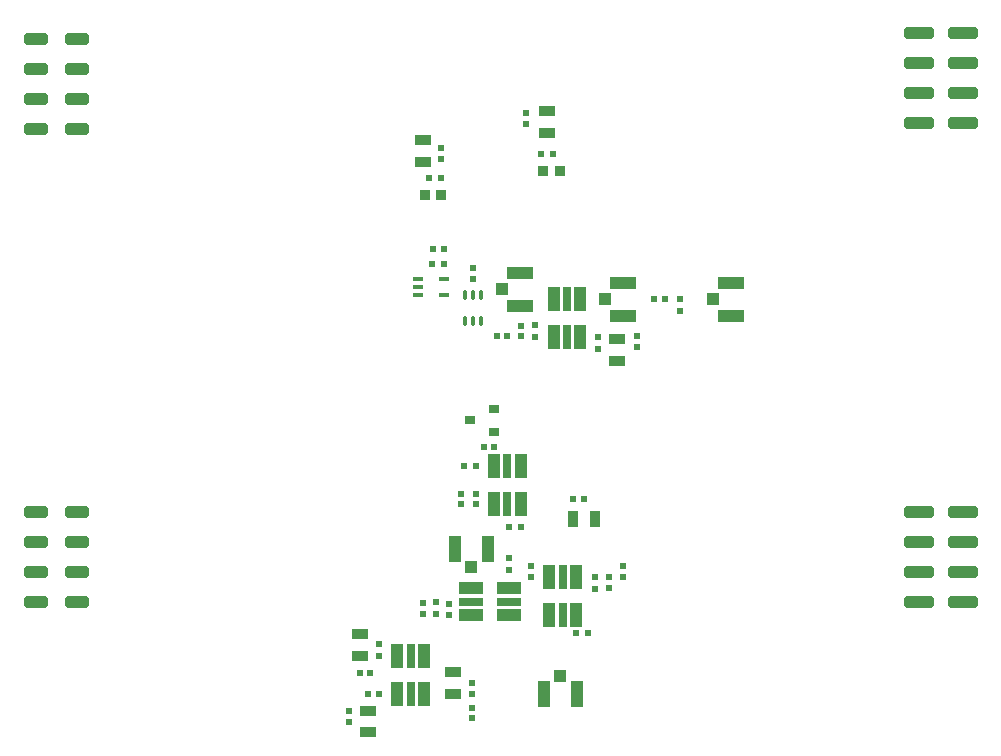
<source format=gtp>
G04*
G04 #@! TF.GenerationSoftware,Altium Limited,Altium Designer,23.0.1 (38)*
G04*
G04 Layer_Color=8421504*
%FSLAX43Y43*%
%MOMM*%
G71*
G04*
G04 #@! TF.SameCoordinates,C917657F-03F6-454C-AC05-0521F369B23B*
G04*
G04*
G04 #@! TF.FilePolarity,Positive*
G04*
G01*
G75*
%ADD15R,0.900X0.800*%
%ADD16R,0.500X0.500*%
%ADD17R,1.000X2.000*%
%ADD18R,0.650X2.000*%
%ADD19R,2.000X1.000*%
%ADD20R,2.000X0.650*%
%ADD21R,0.500X0.500*%
%ADD22R,0.950X1.400*%
%ADD23R,1.400X0.950*%
%ADD24O,0.350X0.850*%
%ADD25R,0.900X0.400*%
G04:AMPARAMS|DCode=26|XSize=1mm|YSize=2mm|CornerRadius=0.25mm|HoleSize=0mm|Usage=FLASHONLY|Rotation=270.000|XOffset=0mm|YOffset=0mm|HoleType=Round|Shape=RoundedRectangle|*
%AMROUNDEDRECTD26*
21,1,1.000,1.500,0,0,270.0*
21,1,0.500,2.000,0,0,270.0*
1,1,0.500,-0.750,-0.250*
1,1,0.500,-0.750,0.250*
1,1,0.500,0.750,0.250*
1,1,0.500,0.750,-0.250*
%
%ADD26ROUNDEDRECTD26*%
G04:AMPARAMS|DCode=27|XSize=1mm|YSize=2.5mm|CornerRadius=0.25mm|HoleSize=0mm|Usage=FLASHONLY|Rotation=270.000|XOffset=0mm|YOffset=0mm|HoleType=Round|Shape=RoundedRectangle|*
%AMROUNDEDRECTD27*
21,1,1.000,2.000,0,0,270.0*
21,1,0.500,2.500,0,0,270.0*
1,1,0.500,-1.000,-0.250*
1,1,0.500,-1.000,0.250*
1,1,0.500,1.000,0.250*
1,1,0.500,1.000,-0.250*
%
%ADD27ROUNDEDRECTD27*%
%ADD28R,1.050X2.200*%
%ADD29R,1.000X1.000*%
%ADD30R,0.900X0.900*%
%ADD31R,2.200X1.050*%
%ADD32R,1.000X1.000*%
D15*
X73634Y40599D02*
D03*
Y42499D02*
D03*
X71634Y41549D02*
D03*
D16*
X73642Y39257D02*
D03*
X72742D02*
D03*
X81250Y34850D02*
D03*
X80350D02*
D03*
X74892Y32524D02*
D03*
X75892D02*
D03*
X80575Y23506D02*
D03*
X81575D02*
D03*
X71101Y37639D02*
D03*
X72101D02*
D03*
X87175Y51800D02*
D03*
X88075D02*
D03*
X73850Y48650D02*
D03*
X74750D02*
D03*
X68400Y54800D02*
D03*
X69400D02*
D03*
X69400Y56025D02*
D03*
X68500D02*
D03*
X62250Y20150D02*
D03*
X63150D02*
D03*
X63000Y18400D02*
D03*
X63900D02*
D03*
X69150Y62025D02*
D03*
X68150D02*
D03*
X77625Y64075D02*
D03*
X78625D02*
D03*
D17*
X75887Y37639D02*
D03*
X73637Y34439D02*
D03*
Y37639D02*
D03*
X75887Y34439D02*
D03*
X78325Y25075D02*
D03*
X80575Y28275D02*
D03*
Y25075D02*
D03*
X78325Y28275D02*
D03*
X80925Y51800D02*
D03*
X78675Y48600D02*
D03*
Y51800D02*
D03*
X80925Y48600D02*
D03*
X65450Y18400D02*
D03*
X67700Y21600D02*
D03*
Y18400D02*
D03*
X65450Y21600D02*
D03*
D18*
X74762Y37639D02*
D03*
Y34439D02*
D03*
X79450Y25075D02*
D03*
Y28275D02*
D03*
X79800Y51800D02*
D03*
Y48600D02*
D03*
X66575Y18400D02*
D03*
Y21600D02*
D03*
D19*
X71691Y27310D02*
D03*
X74891Y25060D02*
D03*
X71691D02*
D03*
X74891Y27310D02*
D03*
D20*
X71691Y26185D02*
D03*
X74891D02*
D03*
D21*
X69825Y26000D02*
D03*
Y25100D02*
D03*
X68700Y26125D02*
D03*
Y25125D02*
D03*
X67642Y26048D02*
D03*
Y25148D02*
D03*
X72077Y34439D02*
D03*
Y35339D02*
D03*
X70841D02*
D03*
Y34439D02*
D03*
X74900Y29850D02*
D03*
Y28850D02*
D03*
X76800Y29250D02*
D03*
Y28250D02*
D03*
X84575Y29175D02*
D03*
Y28275D02*
D03*
X83375Y28275D02*
D03*
Y27375D02*
D03*
X82150Y28275D02*
D03*
Y27275D02*
D03*
X82450Y48625D02*
D03*
Y47625D02*
D03*
X89400Y51800D02*
D03*
Y50800D02*
D03*
X85700Y48650D02*
D03*
Y47750D02*
D03*
X77117Y48617D02*
D03*
Y49617D02*
D03*
X75925Y48667D02*
D03*
Y49567D02*
D03*
X71850Y54475D02*
D03*
Y53475D02*
D03*
X69150Y63694D02*
D03*
Y64593D02*
D03*
X76325Y66675D02*
D03*
Y67575D02*
D03*
X63900Y22600D02*
D03*
Y21600D02*
D03*
X71784Y18400D02*
D03*
Y19300D02*
D03*
X71775Y16325D02*
D03*
Y17225D02*
D03*
X61325Y15975D02*
D03*
Y16975D02*
D03*
D22*
X80350Y33225D02*
D03*
X82200D02*
D03*
D23*
X84075Y46575D02*
D03*
Y48425D02*
D03*
X78154Y65892D02*
D03*
Y67742D02*
D03*
X70115Y18400D02*
D03*
Y20250D02*
D03*
X62250Y21600D02*
D03*
Y23450D02*
D03*
X63000Y16975D02*
D03*
Y15125D02*
D03*
X67616Y63450D02*
D03*
Y65300D02*
D03*
D24*
X71200Y49975D02*
D03*
X71850D02*
D03*
X72500D02*
D03*
X71200Y52175D02*
D03*
X71850D02*
D03*
X72500D02*
D03*
D25*
X69400Y53475D02*
D03*
Y52175D02*
D03*
X67200D02*
D03*
Y52825D02*
D03*
Y53475D02*
D03*
D26*
X38349Y33810D02*
D03*
Y31270D02*
D03*
Y28730D02*
D03*
Y26190D02*
D03*
X34851D02*
D03*
Y28730D02*
D03*
Y31270D02*
D03*
Y33810D02*
D03*
X38349Y73810D02*
D03*
Y71270D02*
D03*
Y68730D02*
D03*
Y66190D02*
D03*
X34851D02*
D03*
Y68730D02*
D03*
Y71270D02*
D03*
Y73810D02*
D03*
D27*
X113300Y33810D02*
D03*
Y31270D02*
D03*
Y28730D02*
D03*
Y26190D02*
D03*
X109602Y33810D02*
D03*
Y31270D02*
D03*
Y28730D02*
D03*
Y26190D02*
D03*
X113300Y74330D02*
D03*
Y71790D02*
D03*
Y69250D02*
D03*
Y66710D02*
D03*
X109602Y74330D02*
D03*
Y71790D02*
D03*
Y69250D02*
D03*
Y66710D02*
D03*
D28*
X77850Y18400D02*
D03*
X80650D02*
D03*
X73091Y30650D02*
D03*
X70291D02*
D03*
D29*
X79250Y19900D02*
D03*
X71691Y29150D02*
D03*
D30*
X79200Y62650D02*
D03*
X77800D02*
D03*
X67750Y60625D02*
D03*
X69150D02*
D03*
D31*
X93650Y50400D02*
D03*
Y53200D02*
D03*
X84550Y50400D02*
D03*
Y53200D02*
D03*
X75800Y51225D02*
D03*
Y54025D02*
D03*
D32*
X92150Y51800D02*
D03*
X83050Y51800D02*
D03*
X74300Y52625D02*
D03*
M02*

</source>
